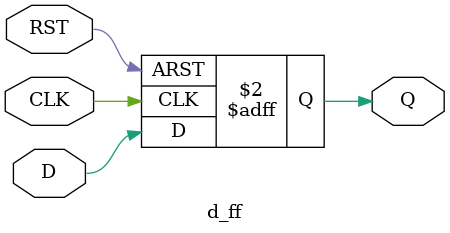
<source format=sv>
`timescale 1ns / 1ps

module d_ff (
  input  wire   RST,
  input  wire   CLK,
  input  wire   D,
  output  reg   Q
);

  always @(posedge CLK or posedge RST)
    if (RST)   Q <= 1'b0;
    else       Q <= D;

endmodule

</source>
